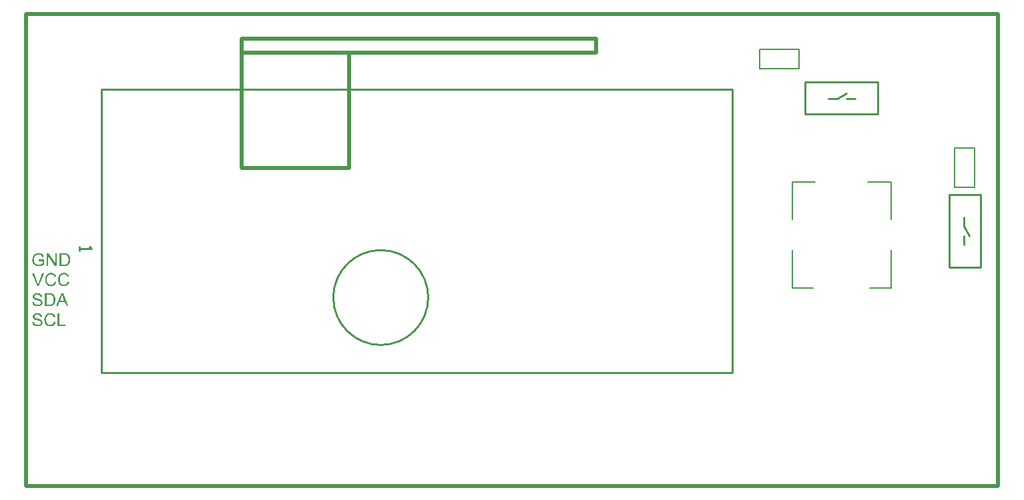
<source format=gto>
G04*
G04 #@! TF.GenerationSoftware,Altium Limited,CircuitStudio,1.5.2 (1.5.2.30)*
G04*
G04 Layer_Color=15065295*
%FSLAX44Y44*%
%MOMM*%
G71*
G01*
G75*
%ADD10C,0.2540*%
%ADD11C,0.5000*%
%ADD38C,0.2030*%
%ADD39C,0.2000*%
%ADD40C,0.2500*%
G36*
X278065Y494877D02*
X278535Y494854D01*
X279005Y494807D01*
X279475Y494737D01*
X279874Y494666D01*
X279898D01*
X279945Y494642D01*
X280015D01*
X280109Y494595D01*
X280368Y494525D01*
X280697Y494408D01*
X281073Y494243D01*
X281472Y494032D01*
X281871Y493797D01*
X282247Y493491D01*
X282271Y493468D01*
X282294Y493444D01*
X282365Y493374D01*
X282459Y493303D01*
X282694Y493068D01*
X282976Y492739D01*
X283281Y492340D01*
X283610Y491870D01*
X283915Y491330D01*
X284174Y490719D01*
Y490695D01*
X284197Y490648D01*
X284244Y490554D01*
X284268Y490413D01*
X284338Y490249D01*
X284385Y490061D01*
X284432Y489850D01*
X284503Y489591D01*
X284573Y489333D01*
X284620Y489027D01*
X284738Y488369D01*
X284808Y487641D01*
X284832Y486842D01*
Y486819D01*
Y486772D01*
Y486654D01*
Y486537D01*
X284808Y486372D01*
Y486184D01*
X284785Y485738D01*
X284714Y485221D01*
X284644Y484681D01*
X284526Y484117D01*
X284385Y483553D01*
Y483529D01*
X284362Y483482D01*
X284338Y483412D01*
X284315Y483318D01*
X284221Y483060D01*
X284080Y482730D01*
X283939Y482355D01*
X283751Y481979D01*
X283516Y481579D01*
X283281Y481203D01*
X283258Y481156D01*
X283164Y481039D01*
X283023Y480874D01*
X282835Y480663D01*
X282623Y480428D01*
X282365Y480193D01*
X282106Y479935D01*
X281801Y479723D01*
X281754Y479700D01*
X281660Y479629D01*
X281495Y479535D01*
X281261Y479418D01*
X280979Y479277D01*
X280650Y479159D01*
X280274Y479018D01*
X279851Y478901D01*
X279804D01*
X279733Y478877D01*
X279663Y478854D01*
X279428Y478830D01*
X279099Y478783D01*
X278723Y478736D01*
X278277Y478689D01*
X277783Y478666D01*
X277243Y478642D01*
X271393D01*
Y494901D01*
X277642D01*
X278065Y494877D01*
D02*
G37*
G36*
X301208Y478642D02*
X298764D01*
X296861Y483576D01*
X290048D01*
X288286Y478642D01*
X286007D01*
X292209Y494901D01*
X294559D01*
X301208Y478642D01*
D02*
G37*
G36*
X262300Y495159D02*
X262465D01*
X262911Y495112D01*
X263404Y495042D01*
X263921Y494924D01*
X264485Y494784D01*
X265002Y494595D01*
X265026D01*
X265072Y494572D01*
X265143Y494525D01*
X265237Y494478D01*
X265472Y494361D01*
X265777Y494149D01*
X266130Y493914D01*
X266482Y493609D01*
X266811Y493256D01*
X267117Y492857D01*
Y492833D01*
X267140Y492810D01*
X267187Y492739D01*
X267234Y492669D01*
X267351Y492434D01*
X267492Y492128D01*
X267657Y491753D01*
X267774Y491306D01*
X267892Y490836D01*
X267939Y490319D01*
X265871Y490155D01*
Y490178D01*
Y490225D01*
X265848Y490296D01*
X265824Y490413D01*
X265754Y490672D01*
X265660Y491024D01*
X265519Y491400D01*
X265307Y491776D01*
X265049Y492128D01*
X264720Y492458D01*
X264673Y492481D01*
X264556Y492575D01*
X264321Y492716D01*
X264015Y492857D01*
X263616Y492998D01*
X263146Y493139D01*
X262558Y493233D01*
X261901Y493256D01*
X261572D01*
X261431Y493233D01*
X261243Y493209D01*
X260820Y493162D01*
X260350Y493068D01*
X259880Y492951D01*
X259434Y492763D01*
X259246Y492645D01*
X259058Y492528D01*
X259011Y492505D01*
X258917Y492411D01*
X258776Y492246D01*
X258635Y492058D01*
X258470Y491800D01*
X258329Y491518D01*
X258235Y491189D01*
X258188Y490813D01*
Y490766D01*
Y490672D01*
X258212Y490507D01*
X258259Y490319D01*
X258329Y490084D01*
X258447Y489850D01*
X258588Y489615D01*
X258799Y489380D01*
X258823Y489356D01*
X258940Y489286D01*
X259034Y489215D01*
X259128Y489168D01*
X259269Y489098D01*
X259434Y489004D01*
X259645Y488933D01*
X259880Y488839D01*
X260138Y488745D01*
X260444Y488628D01*
X260773Y488534D01*
X261149Y488416D01*
X261572Y488322D01*
X262042Y488205D01*
X262065D01*
X262159Y488181D01*
X262300Y488158D01*
X262465Y488111D01*
X262676Y488064D01*
X262934Y487993D01*
X263193Y487923D01*
X263475Y487852D01*
X264086Y487688D01*
X264673Y487523D01*
X264955Y487430D01*
X265213Y487336D01*
X265448Y487265D01*
X265636Y487171D01*
X265660D01*
X265707Y487148D01*
X265777Y487101D01*
X265871Y487054D01*
X266130Y486913D01*
X266435Y486725D01*
X266788Y486466D01*
X267140Y486184D01*
X267469Y485855D01*
X267751Y485503D01*
X267774Y485456D01*
X267868Y485339D01*
X267962Y485127D01*
X268103Y484845D01*
X268221Y484516D01*
X268338Y484117D01*
X268409Y483670D01*
X268432Y483200D01*
Y483177D01*
Y483153D01*
Y483083D01*
Y482989D01*
X268385Y482730D01*
X268338Y482402D01*
X268244Y482026D01*
X268127Y481626D01*
X267939Y481203D01*
X267680Y480757D01*
Y480733D01*
X267657Y480710D01*
X267539Y480569D01*
X267375Y480358D01*
X267140Y480123D01*
X266835Y479841D01*
X266459Y479535D01*
X266036Y479253D01*
X265542Y478995D01*
X265519D01*
X265472Y478971D01*
X265401Y478948D01*
X265307Y478901D01*
X265166Y478854D01*
X265002Y478783D01*
X264626Y478689D01*
X264180Y478572D01*
X263639Y478454D01*
X263052Y478384D01*
X262418Y478360D01*
X262042D01*
X261854Y478384D01*
X261642D01*
X261407Y478408D01*
X261125Y478431D01*
X260538Y478525D01*
X259927Y478619D01*
X259316Y478783D01*
X258729Y478995D01*
X258705D01*
X258658Y479018D01*
X258588Y479065D01*
X258494Y479112D01*
X258212Y479253D01*
X257883Y479465D01*
X257507Y479747D01*
X257108Y480076D01*
X256732Y480475D01*
X256379Y480921D01*
Y480945D01*
X256332Y480992D01*
X256309Y481062D01*
X256238Y481156D01*
X256191Y481274D01*
X256121Y481415D01*
X255956Y481767D01*
X255792Y482214D01*
X255651Y482707D01*
X255557Y483271D01*
X255510Y483858D01*
X257530Y484046D01*
Y484023D01*
Y483999D01*
X257554Y483929D01*
Y483835D01*
X257601Y483623D01*
X257672Y483318D01*
X257766Y483013D01*
X257859Y482660D01*
X258024Y482331D01*
X258188Y482026D01*
X258212Y482002D01*
X258282Y481908D01*
X258400Y481744D01*
X258588Y481579D01*
X258823Y481368D01*
X259081Y481156D01*
X259434Y480945D01*
X259810Y480757D01*
X259833D01*
X259857Y480733D01*
X259927Y480710D01*
X259998Y480686D01*
X260233Y480616D01*
X260538Y480522D01*
X260914Y480428D01*
X261337Y480358D01*
X261807Y480311D01*
X262323Y480287D01*
X262535D01*
X262770Y480311D01*
X263052Y480334D01*
X263381Y480381D01*
X263757Y480428D01*
X264133Y480522D01*
X264485Y480639D01*
X264532Y480663D01*
X264650Y480710D01*
X264814Y480804D01*
X265026Y480898D01*
X265237Y481062D01*
X265472Y481227D01*
X265707Y481415D01*
X265895Y481650D01*
X265918Y481673D01*
X265965Y481767D01*
X266036Y481885D01*
X266130Y482073D01*
X266224Y482261D01*
X266294Y482496D01*
X266341Y482754D01*
X266365Y483036D01*
Y483060D01*
Y483177D01*
X266341Y483318D01*
X266318Y483506D01*
X266247Y483694D01*
X266177Y483929D01*
X266059Y484164D01*
X265895Y484375D01*
X265871Y484399D01*
X265801Y484469D01*
X265707Y484563D01*
X265542Y484704D01*
X265354Y484845D01*
X265096Y485009D01*
X264790Y485174D01*
X264438Y485315D01*
X264415Y485339D01*
X264297Y485362D01*
X264109Y485433D01*
X263992Y485456D01*
X263827Y485503D01*
X263663Y485573D01*
X263451Y485620D01*
X263216Y485691D01*
X262934Y485761D01*
X262652Y485832D01*
X262323Y485926D01*
X261948Y486020D01*
X261548Y486114D01*
X261525D01*
X261454Y486137D01*
X261337Y486161D01*
X261196Y486208D01*
X261008Y486255D01*
X260796Y486302D01*
X260326Y486443D01*
X259810Y486607D01*
X259269Y486772D01*
X258799Y486936D01*
X258588Y487030D01*
X258400Y487124D01*
X258376D01*
X258353Y487148D01*
X258212Y487242D01*
X258000Y487359D01*
X257766Y487547D01*
X257484Y487758D01*
X257202Y488017D01*
X256920Y488322D01*
X256685Y488651D01*
X256661Y488698D01*
X256591Y488816D01*
X256497Y489004D01*
X256403Y489239D01*
X256309Y489544D01*
X256215Y489897D01*
X256144Y490272D01*
X256121Y490672D01*
Y490695D01*
Y490719D01*
Y490789D01*
Y490883D01*
X256168Y491118D01*
X256215Y491424D01*
X256285Y491776D01*
X256403Y492175D01*
X256567Y492575D01*
X256802Y492974D01*
Y492998D01*
X256826Y493021D01*
X256943Y493162D01*
X257108Y493350D01*
X257319Y493585D01*
X257601Y493844D01*
X257953Y494126D01*
X258376Y494384D01*
X258846Y494619D01*
X258870D01*
X258917Y494642D01*
X258987Y494666D01*
X259081Y494713D01*
X259199Y494760D01*
X259363Y494807D01*
X259716Y494901D01*
X260162Y494995D01*
X260679Y495089D01*
X261219Y495159D01*
X261830Y495183D01*
X262136D01*
X262300Y495159D01*
D02*
G37*
G36*
X289860Y455150D02*
X297871D01*
Y453224D01*
X287698D01*
Y469482D01*
X289860D01*
Y455150D01*
D02*
G37*
G36*
X278817Y469741D02*
X279028Y469717D01*
X279287Y469694D01*
X279545Y469670D01*
X279851Y469600D01*
X280485Y469459D01*
X281190Y469247D01*
X281542Y469106D01*
X281871Y468942D01*
X282200Y468730D01*
X282529Y468519D01*
X282553Y468495D01*
X282600Y468472D01*
X282694Y468401D01*
X282811Y468284D01*
X282929Y468166D01*
X283093Y468002D01*
X283258Y467814D01*
X283445Y467626D01*
X283633Y467391D01*
X283822Y467109D01*
X284033Y466827D01*
X284221Y466522D01*
X284385Y466169D01*
X284573Y465817D01*
X284714Y465441D01*
X284855Y465018D01*
X282741Y464525D01*
Y464548D01*
X282717Y464595D01*
X282670Y464689D01*
X282623Y464807D01*
X282576Y464948D01*
X282506Y465136D01*
X282318Y465512D01*
X282083Y465934D01*
X281801Y466357D01*
X281448Y466757D01*
X281073Y467109D01*
X281026Y467156D01*
X280885Y467250D01*
X280650Y467368D01*
X280344Y467532D01*
X279945Y467673D01*
X279498Y467814D01*
X278958Y467908D01*
X278371Y467932D01*
X278183D01*
X278065Y467908D01*
X277901D01*
X277713Y467884D01*
X277266Y467814D01*
X276773Y467720D01*
X276256Y467556D01*
X275716Y467321D01*
X275222Y467015D01*
X275199D01*
X275175Y466968D01*
X275011Y466851D01*
X274799Y466663D01*
X274541Y466381D01*
X274235Y466028D01*
X273954Y465629D01*
X273695Y465136D01*
X273460Y464595D01*
Y464572D01*
X273437Y464525D01*
X273413Y464454D01*
X273390Y464337D01*
X273343Y464196D01*
X273296Y464031D01*
X273225Y463632D01*
X273131Y463162D01*
X273037Y462645D01*
X272990Y462081D01*
X272967Y461470D01*
Y461447D01*
Y461376D01*
Y461259D01*
Y461118D01*
X272990Y460953D01*
Y460742D01*
X273014Y460507D01*
X273037Y460249D01*
X273108Y459685D01*
X273225Y459074D01*
X273366Y458463D01*
X273554Y457852D01*
Y457829D01*
X273578Y457782D01*
X273625Y457711D01*
X273672Y457594D01*
X273813Y457312D01*
X274024Y456983D01*
X274282Y456607D01*
X274611Y456208D01*
X274987Y455855D01*
X275434Y455526D01*
X275457D01*
X275504Y455503D01*
X275575Y455456D01*
X275669Y455409D01*
X275786Y455362D01*
X275927Y455291D01*
X276256Y455150D01*
X276679Y455009D01*
X277149Y454892D01*
X277666Y454798D01*
X278206Y454774D01*
X278371D01*
X278512Y454798D01*
X278676D01*
X278841Y454821D01*
X279263Y454915D01*
X279757Y455033D01*
X280250Y455221D01*
X280767Y455479D01*
X281026Y455620D01*
X281261Y455808D01*
X281284Y455831D01*
X281308Y455855D01*
X281378Y455925D01*
X281472Y455996D01*
X281566Y456114D01*
X281683Y456255D01*
X281824Y456395D01*
X281942Y456583D01*
X282083Y456795D01*
X282247Y457030D01*
X282388Y457265D01*
X282529Y457547D01*
X282647Y457852D01*
X282764Y458181D01*
X282882Y458534D01*
X282976Y458909D01*
X285137Y458369D01*
Y458345D01*
X285114Y458251D01*
X285067Y458111D01*
X284996Y457923D01*
X284926Y457711D01*
X284832Y457453D01*
X284714Y457171D01*
X284573Y456865D01*
X284244Y456208D01*
X283822Y455550D01*
X283563Y455221D01*
X283305Y454892D01*
X283023Y454610D01*
X282694Y454328D01*
X282670Y454304D01*
X282623Y454257D01*
X282506Y454210D01*
X282388Y454116D01*
X282200Y453999D01*
X282012Y453881D01*
X281754Y453764D01*
X281495Y453647D01*
X281190Y453506D01*
X280861Y453388D01*
X280509Y453271D01*
X280133Y453153D01*
X279733Y453059D01*
X279310Y453012D01*
X278864Y452965D01*
X278394Y452942D01*
X278136D01*
X277948Y452965D01*
X277736D01*
X277478Y452989D01*
X277196Y453036D01*
X276867Y453083D01*
X276186Y453200D01*
X275481Y453388D01*
X274776Y453647D01*
X274447Y453811D01*
X274118Y453999D01*
X274095Y454022D01*
X274048Y454046D01*
X273954Y454116D01*
X273860Y454210D01*
X273719Y454304D01*
X273554Y454445D01*
X273366Y454610D01*
X273178Y454798D01*
X272990Y455009D01*
X272779Y455221D01*
X272356Y455761D01*
X271957Y456395D01*
X271604Y457100D01*
Y457124D01*
X271557Y457194D01*
X271534Y457312D01*
X271463Y457453D01*
X271416Y457641D01*
X271346Y457876D01*
X271252Y458134D01*
X271181Y458416D01*
X271111Y458721D01*
X271017Y459074D01*
X270899Y459802D01*
X270805Y460625D01*
X270758Y461470D01*
Y461494D01*
Y461588D01*
Y461729D01*
X270782Y461893D01*
Y462128D01*
X270805Y462363D01*
X270829Y462669D01*
X270876Y462974D01*
X270993Y463655D01*
X271158Y464407D01*
X271393Y465159D01*
X271721Y465887D01*
X271745Y465911D01*
X271768Y465981D01*
X271815Y466075D01*
X271910Y466193D01*
X272003Y466357D01*
X272121Y466545D01*
X272426Y466968D01*
X272826Y467438D01*
X273296Y467908D01*
X273836Y468378D01*
X274470Y468777D01*
X274494Y468801D01*
X274564Y468824D01*
X274658Y468871D01*
X274776Y468942D01*
X274964Y469012D01*
X275152Y469083D01*
X275387Y469177D01*
X275645Y469271D01*
X275927Y469365D01*
X276233Y469459D01*
X276890Y469600D01*
X277642Y469717D01*
X278418Y469764D01*
X278653D01*
X278817Y469741D01*
D02*
G37*
G36*
X262300D02*
X262465D01*
X262911Y469694D01*
X263404Y469623D01*
X263921Y469506D01*
X264485Y469365D01*
X265002Y469177D01*
X265026D01*
X265072Y469153D01*
X265143Y469106D01*
X265237Y469059D01*
X265472Y468942D01*
X265777Y468730D01*
X266130Y468495D01*
X266482Y468190D01*
X266811Y467837D01*
X267117Y467438D01*
Y467415D01*
X267140Y467391D01*
X267187Y467321D01*
X267234Y467250D01*
X267351Y467015D01*
X267492Y466710D01*
X267657Y466334D01*
X267774Y465887D01*
X267892Y465418D01*
X267939Y464901D01*
X265871Y464736D01*
Y464760D01*
Y464807D01*
X265848Y464877D01*
X265824Y464995D01*
X265754Y465253D01*
X265660Y465606D01*
X265519Y465981D01*
X265307Y466357D01*
X265049Y466710D01*
X264720Y467039D01*
X264673Y467062D01*
X264556Y467156D01*
X264321Y467297D01*
X264015Y467438D01*
X263616Y467579D01*
X263146Y467720D01*
X262558Y467814D01*
X261901Y467837D01*
X261572D01*
X261431Y467814D01*
X261243Y467790D01*
X260820Y467743D01*
X260350Y467649D01*
X259880Y467532D01*
X259434Y467344D01*
X259246Y467227D01*
X259058Y467109D01*
X259011Y467086D01*
X258917Y466992D01*
X258776Y466827D01*
X258635Y466639D01*
X258470Y466381D01*
X258329Y466099D01*
X258235Y465770D01*
X258188Y465394D01*
Y465347D01*
Y465253D01*
X258212Y465089D01*
X258259Y464901D01*
X258329Y464666D01*
X258447Y464431D01*
X258588Y464196D01*
X258799Y463961D01*
X258823Y463937D01*
X258940Y463867D01*
X259034Y463796D01*
X259128Y463749D01*
X259269Y463679D01*
X259434Y463585D01*
X259645Y463514D01*
X259880Y463420D01*
X260138Y463326D01*
X260444Y463209D01*
X260773Y463115D01*
X261149Y462998D01*
X261572Y462904D01*
X262042Y462786D01*
X262065D01*
X262159Y462763D01*
X262300Y462739D01*
X262465Y462692D01*
X262676Y462645D01*
X262934Y462575D01*
X263193Y462504D01*
X263475Y462434D01*
X264086Y462269D01*
X264673Y462105D01*
X264955Y462011D01*
X265213Y461917D01*
X265448Y461846D01*
X265636Y461752D01*
X265660D01*
X265707Y461729D01*
X265777Y461682D01*
X265871Y461635D01*
X266130Y461494D01*
X266435Y461306D01*
X266788Y461047D01*
X267140Y460765D01*
X267469Y460437D01*
X267751Y460084D01*
X267774Y460037D01*
X267868Y459920D01*
X267962Y459708D01*
X268103Y459426D01*
X268221Y459097D01*
X268338Y458698D01*
X268409Y458251D01*
X268432Y457782D01*
Y457758D01*
Y457735D01*
Y457664D01*
Y457570D01*
X268385Y457312D01*
X268338Y456983D01*
X268244Y456607D01*
X268127Y456208D01*
X267939Y455785D01*
X267680Y455338D01*
Y455315D01*
X267657Y455291D01*
X267539Y455150D01*
X267375Y454939D01*
X267140Y454704D01*
X266835Y454422D01*
X266459Y454116D01*
X266036Y453834D01*
X265542Y453576D01*
X265519D01*
X265472Y453553D01*
X265401Y453529D01*
X265307Y453482D01*
X265166Y453435D01*
X265002Y453365D01*
X264626Y453271D01*
X264180Y453153D01*
X263639Y453036D01*
X263052Y452965D01*
X262418Y452942D01*
X262042D01*
X261854Y452965D01*
X261642D01*
X261407Y452989D01*
X261125Y453012D01*
X260538Y453106D01*
X259927Y453200D01*
X259316Y453365D01*
X258729Y453576D01*
X258705D01*
X258658Y453600D01*
X258588Y453647D01*
X258494Y453694D01*
X258212Y453834D01*
X257883Y454046D01*
X257507Y454328D01*
X257108Y454657D01*
X256732Y455056D01*
X256379Y455503D01*
Y455526D01*
X256332Y455573D01*
X256309Y455644D01*
X256238Y455738D01*
X256191Y455855D01*
X256121Y455996D01*
X255956Y456348D01*
X255792Y456795D01*
X255651Y457288D01*
X255557Y457852D01*
X255510Y458439D01*
X257530Y458628D01*
Y458604D01*
Y458581D01*
X257554Y458510D01*
Y458416D01*
X257601Y458204D01*
X257672Y457899D01*
X257766Y457594D01*
X257859Y457241D01*
X258024Y456912D01*
X258188Y456607D01*
X258212Y456583D01*
X258282Y456489D01*
X258400Y456325D01*
X258588Y456161D01*
X258823Y455949D01*
X259081Y455738D01*
X259434Y455526D01*
X259810Y455338D01*
X259833D01*
X259857Y455315D01*
X259927Y455291D01*
X259998Y455268D01*
X260233Y455197D01*
X260538Y455103D01*
X260914Y455009D01*
X261337Y454939D01*
X261807Y454892D01*
X262323Y454868D01*
X262535D01*
X262770Y454892D01*
X263052Y454915D01*
X263381Y454962D01*
X263757Y455009D01*
X264133Y455103D01*
X264485Y455221D01*
X264532Y455244D01*
X264650Y455291D01*
X264814Y455385D01*
X265026Y455479D01*
X265237Y455644D01*
X265472Y455808D01*
X265707Y455996D01*
X265895Y456231D01*
X265918Y456255D01*
X265965Y456348D01*
X266036Y456466D01*
X266130Y456654D01*
X266224Y456842D01*
X266294Y457077D01*
X266341Y457335D01*
X266365Y457617D01*
Y457641D01*
Y457758D01*
X266341Y457899D01*
X266318Y458087D01*
X266247Y458275D01*
X266177Y458510D01*
X266059Y458745D01*
X265895Y458956D01*
X265871Y458980D01*
X265801Y459050D01*
X265707Y459144D01*
X265542Y459285D01*
X265354Y459426D01*
X265096Y459591D01*
X264790Y459755D01*
X264438Y459896D01*
X264415Y459920D01*
X264297Y459943D01*
X264109Y460014D01*
X263992Y460037D01*
X263827Y460084D01*
X263663Y460155D01*
X263451Y460202D01*
X263216Y460272D01*
X262934Y460343D01*
X262652Y460413D01*
X262323Y460507D01*
X261948Y460601D01*
X261548Y460695D01*
X261525D01*
X261454Y460718D01*
X261337Y460742D01*
X261196Y460789D01*
X261008Y460836D01*
X260796Y460883D01*
X260326Y461024D01*
X259810Y461188D01*
X259269Y461353D01*
X258799Y461517D01*
X258588Y461611D01*
X258400Y461705D01*
X258376D01*
X258353Y461729D01*
X258212Y461823D01*
X258000Y461940D01*
X257766Y462128D01*
X257484Y462340D01*
X257202Y462598D01*
X256920Y462904D01*
X256685Y463232D01*
X256661Y463279D01*
X256591Y463397D01*
X256497Y463585D01*
X256403Y463820D01*
X256309Y464125D01*
X256215Y464478D01*
X256144Y464854D01*
X256121Y465253D01*
Y465276D01*
Y465300D01*
Y465370D01*
Y465465D01*
X256168Y465699D01*
X256215Y466005D01*
X256285Y466357D01*
X256403Y466757D01*
X256567Y467156D01*
X256802Y467556D01*
Y467579D01*
X256826Y467603D01*
X256943Y467743D01*
X257108Y467932D01*
X257319Y468166D01*
X257601Y468425D01*
X257953Y468707D01*
X258376Y468965D01*
X258846Y469200D01*
X258870D01*
X258917Y469224D01*
X258987Y469247D01*
X259081Y469294D01*
X259199Y469341D01*
X259363Y469388D01*
X259716Y469482D01*
X260162Y469576D01*
X260679Y469670D01*
X261219Y469741D01*
X261830Y469764D01*
X262136D01*
X262300Y469741D01*
D02*
G37*
G36*
X264039Y504343D02*
X261783D01*
X255487Y520602D01*
X257836D01*
X262065Y508784D01*
Y508760D01*
X262089Y508713D01*
X262112Y508643D01*
X262159Y508549D01*
X262183Y508408D01*
X262229Y508267D01*
X262347Y507914D01*
X262488Y507515D01*
X262629Y507069D01*
X262911Y506129D01*
Y506152D01*
X262934Y506199D01*
X262958Y506270D01*
X262981Y506364D01*
X263052Y506622D01*
X263169Y506975D01*
X263287Y507374D01*
X263428Y507820D01*
X263592Y508290D01*
X263780Y508784D01*
X268197Y520602D01*
X270382D01*
X264039Y504343D01*
D02*
G37*
G36*
X296814Y545715D02*
X297284Y545691D01*
X297754Y545645D01*
X298224Y545574D01*
X298623Y545504D01*
X298647D01*
X298694Y545480D01*
X298764D01*
X298858Y545433D01*
X299117Y545363D01*
X299446Y545245D01*
X299821Y545081D01*
X300221Y544869D01*
X300620Y544634D01*
X300996Y544329D01*
X301020Y544305D01*
X301043Y544282D01*
X301114Y544211D01*
X301208Y544141D01*
X301443Y543906D01*
X301725Y543577D01*
X302030Y543178D01*
X302359Y542708D01*
X302664Y542167D01*
X302923Y541556D01*
Y541533D01*
X302946Y541486D01*
X302993Y541392D01*
X303017Y541251D01*
X303087Y541087D01*
X303134Y540899D01*
X303181Y540687D01*
X303252Y540429D01*
X303322Y540170D01*
X303369Y539865D01*
X303487Y539207D01*
X303557Y538479D01*
X303581Y537680D01*
Y537656D01*
Y537609D01*
Y537492D01*
Y537374D01*
X303557Y537210D01*
Y537022D01*
X303534Y536576D01*
X303463Y536059D01*
X303393Y535518D01*
X303275Y534954D01*
X303134Y534390D01*
Y534367D01*
X303111Y534320D01*
X303087Y534249D01*
X303064Y534156D01*
X302970Y533897D01*
X302829Y533568D01*
X302688Y533192D01*
X302500Y532816D01*
X302265Y532417D01*
X302030Y532041D01*
X302007Y531994D01*
X301913Y531876D01*
X301772Y531712D01*
X301584Y531501D01*
X301372Y531266D01*
X301114Y531031D01*
X300855Y530772D01*
X300550Y530561D01*
X300503Y530537D01*
X300409Y530467D01*
X300245Y530373D01*
X300009Y530255D01*
X299728Y530114D01*
X299399Y529997D01*
X299023Y529856D01*
X298600Y529738D01*
X298553D01*
X298482Y529715D01*
X298412Y529691D01*
X298177Y529668D01*
X297848Y529621D01*
X297472Y529574D01*
X297026Y529527D01*
X296532Y529504D01*
X295992Y529480D01*
X290142D01*
Y545738D01*
X296391D01*
X296814Y545715D01*
D02*
G37*
G36*
X286523Y529480D02*
X284291D01*
X275786Y542238D01*
Y529480D01*
X273719D01*
Y545738D01*
X275927D01*
X284456Y532957D01*
Y545738D01*
X286523D01*
Y529480D01*
D02*
G37*
G36*
X264086Y545997D02*
X264274D01*
X264720Y545950D01*
X265213Y545880D01*
X265730Y545762D01*
X266294Y545621D01*
X266835Y545433D01*
X266858D01*
X266905Y545410D01*
X266975Y545386D01*
X267069Y545339D01*
X267328Y545198D01*
X267657Y545034D01*
X268009Y544799D01*
X268385Y544517D01*
X268738Y544211D01*
X269067Y543835D01*
X269114Y543788D01*
X269208Y543647D01*
X269349Y543436D01*
X269536Y543131D01*
X269725Y542755D01*
X269936Y542285D01*
X270147Y541768D01*
X270312Y541180D01*
X268362Y540664D01*
Y540687D01*
X268338Y540711D01*
X268315Y540781D01*
X268291Y540875D01*
X268221Y541087D01*
X268127Y541368D01*
X267986Y541697D01*
X267821Y542003D01*
X267657Y542332D01*
X267445Y542614D01*
X267422Y542637D01*
X267351Y542731D01*
X267211Y542849D01*
X267046Y543013D01*
X266835Y543201D01*
X266553Y543389D01*
X266247Y543577D01*
X265895Y543741D01*
X265848Y543765D01*
X265730Y543812D01*
X265519Y543882D01*
X265237Y543976D01*
X264908Y544047D01*
X264532Y544117D01*
X264109Y544164D01*
X263663Y544188D01*
X263404D01*
X263287Y544164D01*
X263146D01*
X262793Y544141D01*
X262394Y544070D01*
X261948Y544000D01*
X261525Y543882D01*
X261102Y543718D01*
X261055Y543694D01*
X260914Y543647D01*
X260726Y543530D01*
X260491Y543413D01*
X260209Y543225D01*
X259904Y543037D01*
X259622Y542802D01*
X259363Y542543D01*
X259340Y542520D01*
X259246Y542426D01*
X259128Y542261D01*
X258987Y542073D01*
X258823Y541838D01*
X258658Y541556D01*
X258494Y541251D01*
X258329Y540922D01*
Y540899D01*
X258306Y540852D01*
X258282Y540781D01*
X258235Y540664D01*
X258188Y540523D01*
X258141Y540358D01*
X258071Y540170D01*
X258024Y539959D01*
X257906Y539465D01*
X257812Y538901D01*
X257742Y538314D01*
X257719Y537656D01*
Y537633D01*
Y537562D01*
Y537445D01*
X257742Y537304D01*
Y537116D01*
X257766Y536881D01*
X257789Y536646D01*
X257812Y536387D01*
X257906Y535800D01*
X258024Y535189D01*
X258212Y534578D01*
X258447Y533991D01*
Y533968D01*
X258494Y533921D01*
X258517Y533850D01*
X258588Y533756D01*
X258752Y533498D01*
X259011Y533169D01*
X259316Y532816D01*
X259692Y532464D01*
X260138Y532135D01*
X260632Y531829D01*
X260655D01*
X260702Y531806D01*
X260773Y531759D01*
X260890Y531712D01*
X261008Y531665D01*
X261172Y531618D01*
X261548Y531477D01*
X262018Y531360D01*
X262535Y531242D01*
X263099Y531148D01*
X263686Y531125D01*
X263921D01*
X264062Y531148D01*
X264203D01*
X264556Y531195D01*
X264979Y531242D01*
X265425Y531336D01*
X265918Y531477D01*
X266412Y531642D01*
X266435D01*
X266482Y531665D01*
X266529Y531688D01*
X266623Y531735D01*
X266882Y531853D01*
X267164Y531994D01*
X267492Y532158D01*
X267845Y532346D01*
X268174Y532558D01*
X268456Y532793D01*
Y535847D01*
X263663D01*
Y537774D01*
X270570D01*
Y531735D01*
X270547Y531712D01*
X270500Y531688D01*
X270406Y531618D01*
X270288Y531524D01*
X270147Y531430D01*
X269983Y531313D01*
X269771Y531172D01*
X269560Y531031D01*
X269067Y530725D01*
X268503Y530396D01*
X267915Y530091D01*
X267281Y529832D01*
X267257D01*
X267211Y529809D01*
X267117Y529785D01*
X266999Y529738D01*
X266835Y529691D01*
X266647Y529621D01*
X266435Y529574D01*
X266224Y529527D01*
X265707Y529409D01*
X265119Y529292D01*
X264485Y529221D01*
X263827Y529198D01*
X263592D01*
X263428Y529221D01*
X263216D01*
X262958Y529245D01*
X262676Y529292D01*
X262370Y529315D01*
X261689Y529456D01*
X260961Y529621D01*
X260209Y529879D01*
X259833Y530020D01*
X259457Y530208D01*
X259434Y530232D01*
X259363Y530255D01*
X259269Y530326D01*
X259128Y530396D01*
X258964Y530514D01*
X258799Y530631D01*
X258353Y530960D01*
X257883Y531383D01*
X257390Y531900D01*
X256920Y532487D01*
X256497Y533169D01*
Y533192D01*
X256450Y533263D01*
X256403Y533357D01*
X256332Y533521D01*
X256262Y533686D01*
X256191Y533921D01*
X256097Y534156D01*
X256003Y534437D01*
X255909Y534743D01*
X255815Y535095D01*
X255745Y535448D01*
X255674Y535824D01*
X255557Y536646D01*
X255510Y537515D01*
Y537539D01*
Y537633D01*
Y537750D01*
X255534Y537915D01*
Y538126D01*
X255557Y538385D01*
X255604Y538643D01*
X255627Y538949D01*
X255698Y539277D01*
X255745Y539630D01*
X255933Y540382D01*
X256168Y541157D01*
X256497Y541932D01*
X256520Y541956D01*
X256544Y542026D01*
X256591Y542120D01*
X256685Y542261D01*
X256779Y542449D01*
X256896Y542637D01*
X257225Y543084D01*
X257624Y543601D01*
X258118Y544094D01*
X258682Y544587D01*
X259011Y544799D01*
X259340Y545010D01*
X259363Y545034D01*
X259434Y545057D01*
X259528Y545104D01*
X259669Y545175D01*
X259857Y545245D01*
X260068Y545339D01*
X260303Y545433D01*
X260585Y545527D01*
X260890Y545621D01*
X261219Y545691D01*
X261572Y545785D01*
X261948Y545856D01*
X262770Y545974D01*
X263193Y546021D01*
X263945D01*
X264086Y545997D01*
D02*
G37*
G36*
X296156Y520860D02*
X296368Y520837D01*
X296626Y520813D01*
X296885Y520790D01*
X297190Y520719D01*
X297824Y520578D01*
X298529Y520367D01*
X298882Y520226D01*
X299211Y520061D01*
X299540Y519850D01*
X299869Y519638D01*
X299892Y519615D01*
X299939Y519591D01*
X300033Y519521D01*
X300151Y519403D01*
X300268Y519286D01*
X300432Y519122D01*
X300597Y518933D01*
X300785Y518746D01*
X300973Y518511D01*
X301161Y518229D01*
X301372Y517947D01*
X301560Y517641D01*
X301725Y517289D01*
X301913Y516936D01*
X302054Y516561D01*
X302194Y516138D01*
X300080Y515644D01*
Y515668D01*
X300056Y515715D01*
X300009Y515809D01*
X299963Y515926D01*
X299916Y516067D01*
X299845Y516255D01*
X299657Y516631D01*
X299422Y517054D01*
X299140Y517477D01*
X298788Y517876D01*
X298412Y518229D01*
X298365Y518276D01*
X298224Y518370D01*
X297989Y518487D01*
X297684Y518652D01*
X297284Y518793D01*
X296838Y518933D01*
X296297Y519027D01*
X295710Y519051D01*
X295522D01*
X295404Y519027D01*
X295240D01*
X295052Y519004D01*
X294606Y518933D01*
X294112Y518840D01*
X293595Y518675D01*
X293055Y518440D01*
X292562Y518135D01*
X292538D01*
X292515Y518088D01*
X292350Y517970D01*
X292139Y517782D01*
X291880Y517500D01*
X291575Y517148D01*
X291293Y516749D01*
X291034Y516255D01*
X290800Y515715D01*
Y515691D01*
X290776Y515644D01*
X290753Y515574D01*
X290729Y515456D01*
X290682Y515315D01*
X290635Y515151D01*
X290564Y514751D01*
X290471Y514282D01*
X290377Y513765D01*
X290330Y513201D01*
X290306Y512590D01*
Y512566D01*
Y512496D01*
Y512378D01*
Y512238D01*
X290330Y512073D01*
Y511861D01*
X290353Y511627D01*
X290377Y511368D01*
X290447Y510804D01*
X290564Y510193D01*
X290706Y509582D01*
X290893Y508972D01*
Y508948D01*
X290917Y508901D01*
X290964Y508831D01*
X291011Y508713D01*
X291152Y508431D01*
X291363Y508102D01*
X291622Y507726D01*
X291951Y507327D01*
X292327Y506975D01*
X292773Y506646D01*
X292796D01*
X292843Y506622D01*
X292914Y506575D01*
X293008Y506528D01*
X293125Y506481D01*
X293266Y506411D01*
X293595Y506270D01*
X294018Y506129D01*
X294488Y506011D01*
X295005Y505917D01*
X295546Y505894D01*
X295710D01*
X295851Y505917D01*
X296015D01*
X296180Y505941D01*
X296603Y506035D01*
X297096Y506152D01*
X297589Y506340D01*
X298106Y506599D01*
X298365Y506740D01*
X298600Y506928D01*
X298623Y506951D01*
X298647Y506975D01*
X298717Y507045D01*
X298811Y507116D01*
X298905Y507233D01*
X299023Y507374D01*
X299164Y507515D01*
X299281Y507703D01*
X299422Y507914D01*
X299587Y508149D01*
X299728Y508384D01*
X299869Y508666D01*
X299986Y508972D01*
X300103Y509301D01*
X300221Y509653D01*
X300315Y510029D01*
X302477Y509488D01*
Y509465D01*
X302453Y509371D01*
X302406Y509230D01*
X302335Y509042D01*
X302265Y508831D01*
X302171Y508572D01*
X302054Y508290D01*
X301913Y507985D01*
X301584Y507327D01*
X301161Y506669D01*
X300902Y506340D01*
X300644Y506011D01*
X300362Y505729D01*
X300033Y505447D01*
X300009Y505424D01*
X299963Y505377D01*
X299845Y505330D01*
X299728Y505236D01*
X299540Y505118D01*
X299352Y505001D01*
X299093Y504883D01*
X298835Y504766D01*
X298529Y504625D01*
X298200Y504508D01*
X297848Y504390D01*
X297472Y504273D01*
X297073Y504179D01*
X296650Y504132D01*
X296203Y504085D01*
X295733Y504061D01*
X295475D01*
X295287Y504085D01*
X295076D01*
X294817Y504108D01*
X294535Y504155D01*
X294206Y504202D01*
X293525Y504320D01*
X292820Y504508D01*
X292115Y504766D01*
X291786Y504930D01*
X291457Y505118D01*
X291434Y505142D01*
X291387Y505165D01*
X291293Y505236D01*
X291199Y505330D01*
X291058Y505424D01*
X290893Y505565D01*
X290706Y505729D01*
X290518Y505917D01*
X290330Y506129D01*
X290118Y506340D01*
X289695Y506881D01*
X289296Y507515D01*
X288943Y508220D01*
Y508243D01*
X288896Y508314D01*
X288873Y508431D01*
X288802Y508572D01*
X288755Y508760D01*
X288685Y508995D01*
X288591Y509254D01*
X288521Y509535D01*
X288450Y509841D01*
X288356Y510193D01*
X288239Y510922D01*
X288144Y511744D01*
X288097Y512590D01*
Y512613D01*
Y512707D01*
Y512848D01*
X288121Y513013D01*
Y513248D01*
X288144Y513483D01*
X288168Y513788D01*
X288215Y514094D01*
X288333Y514775D01*
X288497Y515527D01*
X288732Y516279D01*
X289061Y517007D01*
X289084Y517030D01*
X289108Y517101D01*
X289155Y517195D01*
X289249Y517312D01*
X289343Y517477D01*
X289460Y517665D01*
X289766Y518088D01*
X290165Y518558D01*
X290635Y519027D01*
X291175Y519497D01*
X291810Y519897D01*
X291833Y519920D01*
X291904Y519944D01*
X291998Y519991D01*
X292115Y520061D01*
X292303Y520132D01*
X292491Y520202D01*
X292726Y520296D01*
X292985Y520390D01*
X293266Y520484D01*
X293572Y520578D01*
X294230Y520719D01*
X294982Y520837D01*
X295757Y520884D01*
X295992D01*
X296156Y520860D01*
D02*
G37*
G36*
X279757D02*
X279968Y520837D01*
X280227Y520813D01*
X280485Y520790D01*
X280791Y520719D01*
X281425Y520578D01*
X282130Y520367D01*
X282482Y520226D01*
X282811Y520061D01*
X283140Y519850D01*
X283469Y519638D01*
X283493Y519615D01*
X283540Y519591D01*
X283633Y519521D01*
X283751Y519403D01*
X283868Y519286D01*
X284033Y519122D01*
X284197Y518933D01*
X284385Y518746D01*
X284573Y518511D01*
X284761Y518229D01*
X284973Y517947D01*
X285161Y517641D01*
X285325Y517289D01*
X285513Y516936D01*
X285654Y516561D01*
X285795Y516138D01*
X283680Y515644D01*
Y515668D01*
X283657Y515715D01*
X283610Y515809D01*
X283563Y515926D01*
X283516Y516067D01*
X283445Y516255D01*
X283258Y516631D01*
X283023Y517054D01*
X282741Y517477D01*
X282388Y517876D01*
X282012Y518229D01*
X281965Y518276D01*
X281824Y518370D01*
X281589Y518487D01*
X281284Y518652D01*
X280885Y518793D01*
X280438Y518933D01*
X279898Y519027D01*
X279310Y519051D01*
X279123D01*
X279005Y519027D01*
X278841D01*
X278653Y519004D01*
X278206Y518933D01*
X277713Y518840D01*
X277196Y518675D01*
X276656Y518440D01*
X276162Y518135D01*
X276139D01*
X276115Y518088D01*
X275951Y517970D01*
X275739Y517782D01*
X275481Y517500D01*
X275175Y517148D01*
X274893Y516749D01*
X274635Y516255D01*
X274400Y515715D01*
Y515691D01*
X274377Y515644D01*
X274353Y515574D01*
X274329Y515456D01*
X274282Y515315D01*
X274235Y515151D01*
X274165Y514751D01*
X274071Y514282D01*
X273977Y513765D01*
X273930Y513201D01*
X273907Y512590D01*
Y512566D01*
Y512496D01*
Y512378D01*
Y512238D01*
X273930Y512073D01*
Y511861D01*
X273954Y511627D01*
X273977Y511368D01*
X274048Y510804D01*
X274165Y510193D01*
X274306Y509582D01*
X274494Y508972D01*
Y508948D01*
X274517Y508901D01*
X274564Y508831D01*
X274611Y508713D01*
X274752Y508431D01*
X274964Y508102D01*
X275222Y507726D01*
X275551Y507327D01*
X275927Y506975D01*
X276374Y506646D01*
X276397D01*
X276444Y506622D01*
X276514Y506575D01*
X276609Y506528D01*
X276726Y506481D01*
X276867Y506411D01*
X277196Y506270D01*
X277619Y506129D01*
X278089Y506011D01*
X278606Y505917D01*
X279146Y505894D01*
X279310D01*
X279451Y505917D01*
X279616D01*
X279780Y505941D01*
X280203Y506035D01*
X280697Y506152D01*
X281190Y506340D01*
X281707Y506599D01*
X281965Y506740D01*
X282200Y506928D01*
X282224Y506951D01*
X282247Y506975D01*
X282318Y507045D01*
X282412Y507116D01*
X282506Y507233D01*
X282623Y507374D01*
X282764Y507515D01*
X282882Y507703D01*
X283023Y507914D01*
X283187Y508149D01*
X283328Y508384D01*
X283469Y508666D01*
X283587Y508972D01*
X283704Y509301D01*
X283822Y509653D01*
X283915Y510029D01*
X286077Y509488D01*
Y509465D01*
X286054Y509371D01*
X286007Y509230D01*
X285936Y509042D01*
X285865Y508831D01*
X285772Y508572D01*
X285654Y508290D01*
X285513Y507985D01*
X285184Y507327D01*
X284761Y506669D01*
X284503Y506340D01*
X284244Y506011D01*
X283962Y505729D01*
X283633Y505447D01*
X283610Y505424D01*
X283563Y505377D01*
X283445Y505330D01*
X283328Y505236D01*
X283140Y505118D01*
X282952Y505001D01*
X282694Y504883D01*
X282435Y504766D01*
X282130Y504625D01*
X281801Y504508D01*
X281448Y504390D01*
X281073Y504273D01*
X280673Y504179D01*
X280250Y504132D01*
X279804Y504085D01*
X279334Y504061D01*
X279076D01*
X278888Y504085D01*
X278676D01*
X278418Y504108D01*
X278136Y504155D01*
X277807Y504202D01*
X277125Y504320D01*
X276420Y504508D01*
X275716Y504766D01*
X275387Y504930D01*
X275058Y505118D01*
X275034Y505142D01*
X274987Y505165D01*
X274893Y505236D01*
X274799Y505330D01*
X274658Y505424D01*
X274494Y505565D01*
X274306Y505729D01*
X274118Y505917D01*
X273930Y506129D01*
X273719Y506340D01*
X273296Y506881D01*
X272896Y507515D01*
X272544Y508220D01*
Y508243D01*
X272497Y508314D01*
X272473Y508431D01*
X272403Y508572D01*
X272356Y508760D01*
X272285Y508995D01*
X272191Y509254D01*
X272121Y509535D01*
X272050Y509841D01*
X271957Y510193D01*
X271839Y510922D01*
X271745Y511744D01*
X271698Y512590D01*
Y512613D01*
Y512707D01*
Y512848D01*
X271721Y513013D01*
Y513248D01*
X271745Y513483D01*
X271768Y513788D01*
X271815Y514094D01*
X271933Y514775D01*
X272097Y515527D01*
X272332Y516279D01*
X272661Y517007D01*
X272685Y517030D01*
X272708Y517101D01*
X272755Y517195D01*
X272849Y517312D01*
X272943Y517477D01*
X273061Y517665D01*
X273366Y518088D01*
X273766Y518558D01*
X274235Y519027D01*
X274776Y519497D01*
X275410Y519897D01*
X275434Y519920D01*
X275504Y519944D01*
X275598Y519991D01*
X275716Y520061D01*
X275904Y520132D01*
X276092Y520202D01*
X276327Y520296D01*
X276585Y520390D01*
X276867Y520484D01*
X277172Y520578D01*
X277830Y520719D01*
X278582Y520837D01*
X279357Y520884D01*
X279592D01*
X279757Y520860D01*
D02*
G37*
%LPC*%
G36*
X293337Y493209D02*
Y493186D01*
X293313Y493139D01*
Y493045D01*
X293266Y492951D01*
X293243Y492786D01*
X293196Y492622D01*
X293102Y492223D01*
X292985Y491753D01*
X292820Y491236D01*
X292656Y490672D01*
X292444Y490084D01*
X290682Y485339D01*
X296180D01*
X294488Y489803D01*
Y489826D01*
X294465Y489897D01*
X294418Y490014D01*
X294371Y490155D01*
X294300Y490319D01*
X294230Y490531D01*
X294159Y490766D01*
X294065Y491001D01*
X293877Y491541D01*
X293689Y492105D01*
X293501Y492669D01*
X293337Y493209D01*
D02*
G37*
G36*
X277313Y492974D02*
X273554D01*
Y480569D01*
X277407D01*
X277572Y480592D01*
X277924Y480616D01*
X278324Y480639D01*
X278746Y480686D01*
X279169Y480757D01*
X279522Y480851D01*
X279569Y480874D01*
X279686Y480898D01*
X279851Y480968D01*
X280062Y481062D01*
X280297Y481203D01*
X280532Y481344D01*
X280767Y481509D01*
X281002Y481697D01*
X281026Y481744D01*
X281119Y481838D01*
X281261Y482002D01*
X281425Y482237D01*
X281613Y482543D01*
X281824Y482895D01*
X282012Y483294D01*
X282177Y483741D01*
Y483764D01*
X282200Y483811D01*
X282224Y483882D01*
X282247Y483976D01*
X282271Y484093D01*
X282318Y484258D01*
X282365Y484422D01*
X282412Y484610D01*
X282482Y485080D01*
X282553Y485620D01*
X282600Y486231D01*
X282623Y486889D01*
Y486913D01*
Y487007D01*
Y487124D01*
X282600Y487312D01*
Y487523D01*
X282576Y487758D01*
X282553Y488040D01*
X282529Y488322D01*
X282412Y488957D01*
X282271Y489615D01*
X282059Y490225D01*
X281918Y490531D01*
X281777Y490789D01*
Y490813D01*
X281730Y490860D01*
X281683Y490930D01*
X281636Y491024D01*
X281448Y491259D01*
X281213Y491541D01*
X280908Y491847D01*
X280556Y492152D01*
X280156Y492411D01*
X279733Y492622D01*
X279686Y492645D01*
X279569Y492669D01*
X279357Y492739D01*
X279052Y492810D01*
X278676Y492857D01*
X278206Y492927D01*
X277924Y492951D01*
X277619D01*
X277313Y492974D01*
D02*
G37*
G36*
X296062Y543812D02*
X292303D01*
Y531407D01*
X296156D01*
X296321Y531430D01*
X296673Y531454D01*
X297073Y531477D01*
X297495Y531524D01*
X297918Y531595D01*
X298271Y531688D01*
X298318Y531712D01*
X298435Y531735D01*
X298600Y531806D01*
X298811Y531900D01*
X299046Y532041D01*
X299281Y532182D01*
X299516Y532346D01*
X299751Y532534D01*
X299775Y532581D01*
X299869Y532675D01*
X300009Y532840D01*
X300174Y533075D01*
X300362Y533380D01*
X300573Y533733D01*
X300761Y534132D01*
X300926Y534578D01*
Y534602D01*
X300949Y534649D01*
X300973Y534719D01*
X300996Y534813D01*
X301020Y534931D01*
X301067Y535095D01*
X301114Y535260D01*
X301161Y535448D01*
X301231Y535918D01*
X301302Y536458D01*
X301349Y537069D01*
X301372Y537727D01*
Y537750D01*
Y537844D01*
Y537962D01*
X301349Y538150D01*
Y538361D01*
X301325Y538596D01*
X301302Y538878D01*
X301278Y539160D01*
X301161Y539794D01*
X301020Y540452D01*
X300808Y541063D01*
X300667Y541368D01*
X300526Y541627D01*
Y541650D01*
X300479Y541697D01*
X300432Y541768D01*
X300385Y541862D01*
X300198Y542097D01*
X299963Y542379D01*
X299657Y542684D01*
X299305Y542990D01*
X298905Y543248D01*
X298482Y543460D01*
X298435Y543483D01*
X298318Y543507D01*
X298106Y543577D01*
X297801Y543647D01*
X297425Y543694D01*
X296955Y543765D01*
X296673Y543788D01*
X296368D01*
X296062Y543812D01*
D02*
G37*
%LPD*%
D10*
X757658Y489500D02*
G03*
X757658Y489500I-60208J0D01*
G01*
X342950Y394040D02*
Y754040D01*
X1142950D01*
Y394040D02*
Y754040D01*
X342950Y394040D02*
X1142950D01*
X315510Y554280D02*
Y549202D01*
Y551741D01*
X330745D01*
X328206Y554280D01*
D11*
X520610Y800870D02*
Y818370D01*
Y800870D02*
X970860D01*
X520610Y818370D02*
X970860D01*
Y800870D02*
Y818370D01*
X657110Y654170D02*
Y799670D01*
X520610Y654170D02*
X657110D01*
X520610D02*
Y799120D01*
X247950Y250000D02*
Y850000D01*
X1480000D01*
Y250000D02*
Y850000D01*
X247950Y250000D02*
X1480000D01*
D38*
X1228150Y780000D02*
Y805000D01*
X1178150D02*
X1228150D01*
X1178150Y780000D02*
Y805000D01*
Y780000D02*
X1228150D01*
X1425450Y679240D02*
X1450450D01*
X1425450Y629240D02*
Y679240D01*
Y629240D02*
X1450450D01*
Y679240D01*
D39*
X1219400Y635950D02*
X1248640D01*
X1219400Y588450D02*
Y635950D01*
Y501950D02*
X1245800D01*
X1219400D02*
Y549450D01*
X1315160Y635950D02*
X1344400D01*
Y588450D02*
Y635950D01*
X1318000Y501950D02*
X1344400D01*
Y549450D01*
D40*
X1437110Y556990D02*
Y567990D01*
Y579990D02*
X1444110Y567990D01*
X1437110Y579990D02*
Y590990D01*
X1458110Y527990D02*
Y619990D01*
X1418110Y527990D02*
X1458110D01*
X1418110D02*
Y619990D01*
X1458110D01*
X1235900Y723000D02*
Y763000D01*
Y723000D02*
X1327900D01*
Y763000D01*
X1235900D02*
X1327900D01*
X1264900Y742000D02*
X1275900D01*
X1287900Y749000D01*
Y742000D02*
X1298900D01*
M02*

</source>
